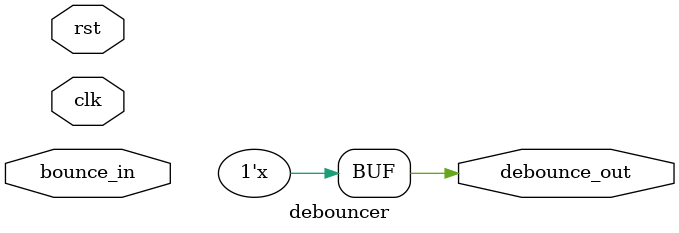
<source format=sv>
module debouncer(clk, rst, bounce_in, debounce_out);

input wire clk, rst;
input wire bounce_in;
output logic debounce_out;

always_comb debounce_out  <= 1'bx; // just for debugging



endmodule
</source>
